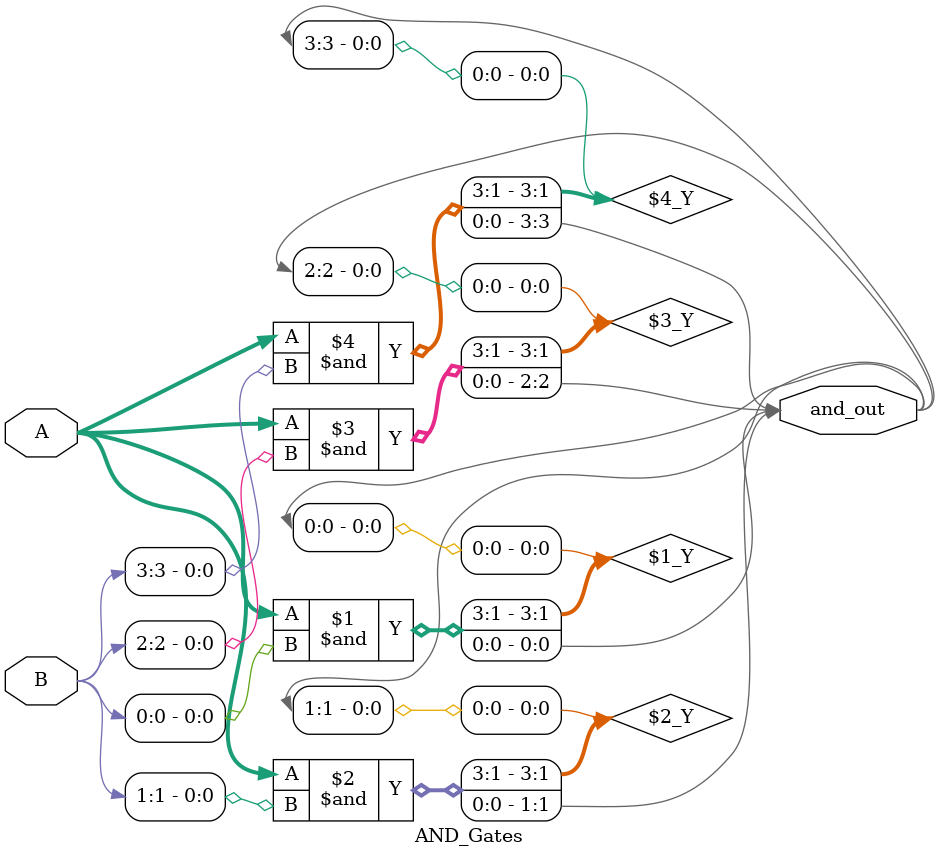
<source format=v>
`timescale 1ns / 1ps


module AND_Gates(A,B,and_out);
    input [3:0]A;
    input [3:0]B;
    output [3:0] and_out;
    assign and_out[0] = A & B[0];
    assign and_out[1] = A & B[1];
    assign and_out[2] = A & B[2];
    assign and_out[3] = A & B[3];
endmodule

</source>
